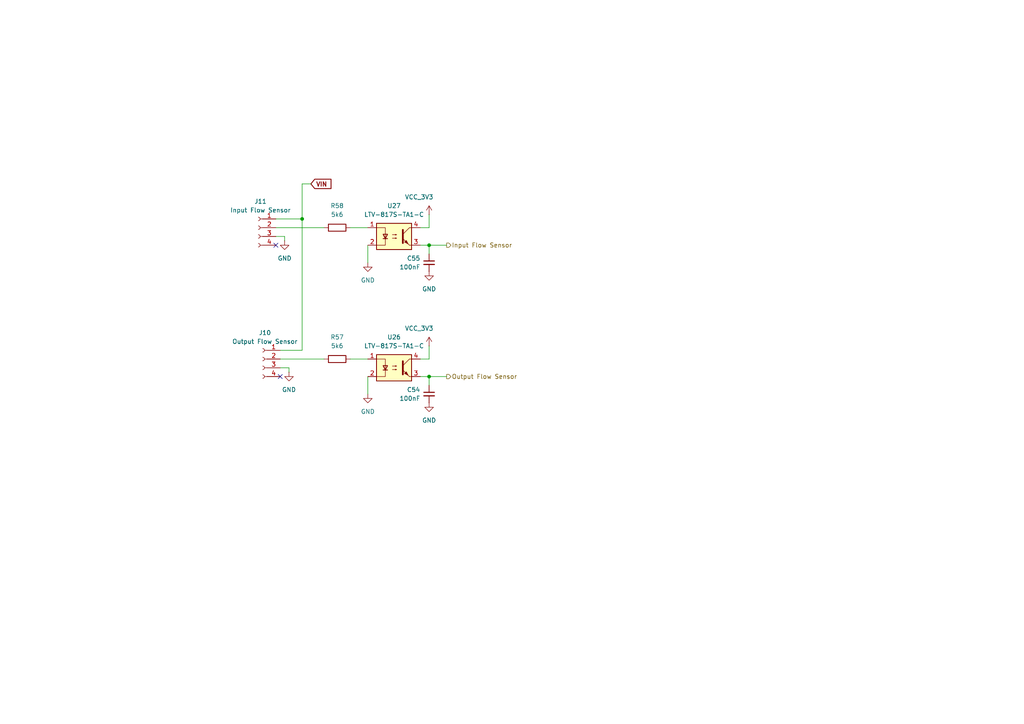
<source format=kicad_sch>
(kicad_sch (version 20250114) (generator "eeschema") (generator_version "9.0")
  (paper "A4")
  (title_block (title "Flow Sensors") (date "2025-09-04") (rev "1.0"))
  (lib_symbols
    (symbol "Connector:Conn_01x04_Socket" (pin_names (offset 1.016) (hide yes))
      (property "Reference" "J" (at 0 5.08 0))
      (property "Value" "Conn_01x04_Socket" (at 0 -7.62 0))
      (symbol "Conn_01x04_Socket_1_1"
        (polyline (pts (xy -1.27 2.54) (xy -0.508 2.54)) (stroke (width 0.1524)))
        (polyline (pts (xy -1.27 0) (xy -0.508 0)) (stroke (width 0.1524)))
        (polyline (pts (xy -1.27 -2.54) (xy -0.508 -2.54)) (stroke (width 0.1524)))
        (polyline (pts (xy -1.27 -5.08) (xy -0.508 -5.08)) (stroke (width 0.1524)))
        (arc (start 0 2.032) (mid -0.5058 2.54) (end 0 3.048) (stroke (width 0.1524)))
        (arc (start 0 -0.508) (mid -0.5058 0) (end 0 0.508) (stroke (width 0.1524)))
        (arc (start 0 -3.048) (mid -0.5058 -2.54) (end 0 -2.032) (stroke (width 0.1524)))
        (arc (start 0 -5.588) (mid -0.5058 -5.08) (end 0 -4.572) (stroke (width 0.1524)))
        (pin passive line (at -5.08 2.54 0) (length 3.81) (name "Pin_1") (number "1"))
        (pin passive line (at -5.08 0 0) (length 3.81) (name "Pin_2") (number "2"))
        (pin passive line (at -5.08 -2.54 0) (length 3.81) (name "Pin_3") (number "3"))
        (pin passive line (at -5.08 -5.08 0) (length 3.81) (name "Pin_4") (number "4"))
      )
    )
    (symbol "Device:C_Small" (pin_numbers (hide yes)) (pin_names (offset 0.254) (hide yes))
      (property "Reference" "C" (at 0.254 1.778 0))
      (property "Value" "C_Small" (at 0.254 -2.032 0))
      (symbol "C_Small_0_1"
        (polyline (pts (xy -1.524 0.508) (xy 1.524 0.508)) (stroke (width 0.3048)))
        (polyline (pts (xy -1.524 -0.508) (xy 1.524 -0.508)) (stroke (width 0.3302)))
      )
      (symbol "C_Small_1_1"
        (pin passive line (at 0 2.54 270) (length 2.032) (name "~") (number "1"))
        (pin passive line (at 0 -2.54 90) (length 2.032) (name "~") (number "2"))
      )
    )
    (symbol "Device:R" (pin_numbers (hide yes)) (pin_names (offset 0))
      (property "Reference" "R" (at 2.032 0 90))
      (property "Value" "R" (at 0 0 90))
      (symbol "R_0_1"
        (rectangle (start -1.016 -2.54) (end 1.016 2.54) (stroke (width 0.254)))
      )
      (symbol "R_1_1"
        (pin passive line (at 0 3.81 270) (length 1.27) (name "~") (number "1"))
        (pin passive line (at 0 -3.81 90) (length 1.27) (name "~") (number "2"))
      )
    )
    (symbol "Isolator:LTV-357T" (pin_names (offset 1.016))
      (property "Reference" "U" (at -5.334 4.826 0))
      (property "Value" "LTV-357T" (at 0 5.08 0))
      (symbol "LTV-357T_0_1"
        (rectangle (start -5.08 3.81) (end 5.08 -3.81) (stroke (width 0.254)) (fill (type background)))
        (polyline (pts (xy -5.08 2.54) (xy -2.54 2.54) (xy -2.54 -0.762)))
        (polyline (pts (xy -3.175 -0.635) (xy -1.905 -0.635)) (stroke (width 0.254)))
        (polyline (pts (xy -2.54 -0.635) (xy -2.54 -2.54) (xy -5.08 -2.54)))
        (polyline (pts (xy -2.54 -0.635) (xy -3.175 0.635) (xy -1.905 0.635) (xy -2.54 -0.635)) (stroke (width 0.254)))
        (polyline (pts (xy -0.508 0.508) (xy 0.762 0.508) (xy 0.381 0.381) (xy 0.381 0.635) (xy 0.762 0.508)))
        (polyline (pts (xy -0.508 -0.508) (xy 0.762 -0.508) (xy 0.381 -0.635) (xy 0.381 -0.381) (xy 0.762 -0.508)))
        (polyline (pts (xy 2.54 1.905) (xy 2.54 -1.905)) (stroke (width 0.508)))
        (polyline (pts (xy 2.54 0.635) (xy 4.445 2.54)))
        (polyline (pts (xy 3.048 -1.651) (xy 3.556 -1.143) (xy 4.064 -2.159) (xy 3.048 -1.651)) (fill (type outline)))
        (polyline (pts (xy 4.445 2.54) (xy 5.08 2.54)))
        (polyline (pts (xy 4.445 -2.54) (xy 2.54 -0.635)) (fill (type outline)))
        (polyline (pts (xy 4.445 -2.54) (xy 5.08 -2.54)))
      )
      (symbol "LTV-357T_1_1"
        (pin passive line (at -7.62 2.54 0) (length 2.54) (name "~") (number "1"))
        (pin passive line (at -7.62 -2.54 0) (length 2.54) (name "~") (number "2"))
        (pin passive line (at 7.62 2.54 180) (length 2.54) (name "~") (number "4"))
        (pin passive line (at 7.62 -2.54 180) (length 2.54) (name "~") (number "3"))
      )
    )
    (symbol "power:+5V" (power) (pin_numbers (hide yes)) (pin_names (offset 0) (hide yes))
      (property "Value" "+5V" (at 0 3.556 0))
      (symbol "+5V_0_1"
        (polyline (pts (xy -0.762 1.27) (xy 0 2.54)))
        (polyline (pts (xy 0 2.54) (xy 0.762 1.27)))
        (polyline (pts (xy 0 0) (xy 0 2.54)))
      )
      (symbol "+5V_1_1"
        (pin power_in line (at 0 0 90) (length 0) (name "~") (number "1"))
      )
    )
    (symbol "power:GND" (power) (pin_numbers (hide yes)) (pin_names (offset 0) (hide yes))
      (property "Value" "GND" (at 0 -3.81 0))
      (symbol "GND_0_1"
        (polyline (pts (xy 0 0) (xy 0 -1.27) (xy 1.27 -1.27) (xy 0 -2.54) (xy -1.27 -1.27) (xy 0 -1.27)))
      )
      (symbol "GND_1_1"
        (pin power_in line (at 0 0 270) (length 0) (name "~") (number "1"))
      )
    )
  )
  (junction (at 124.46 71.12))
  (junction (at 124.46 109.22))
  (junction (at 87.63 63.5))
  (no_connect (at 80.01 71.12))
  (no_connect (at 81.28 109.22))
  (wire (pts (xy 124.46 71.12) (xy 129.54 71.12)))
  (wire (pts (xy 81.28 104.14) (xy 93.98 104.14)))
  (wire (pts (xy 80.01 66.04) (xy 93.98 66.04)))
  (wire (pts (xy 82.55 69.85) (xy 82.55 68.58)))
  (wire (pts (xy 124.46 109.22) (xy 129.54 109.22)))
  (wire (pts (xy 87.63 53.34) (xy 87.63 63.5)))
  (wire (pts (xy 87.63 63.5) (xy 87.63 101.6)))
  (wire (pts (xy 83.82 106.68) (xy 83.82 107.95)))
  (wire (pts (xy 124.46 62.23) (xy 124.46 66.04)))
  (wire (pts (xy 81.28 101.6) (xy 87.63 101.6)))
  (wire (pts (xy 124.46 73.66) (xy 124.46 71.12)))
  (wire (pts (xy 81.28 106.68) (xy 83.82 106.68)))
  (wire (pts (xy 101.6 66.04) (xy 106.68 66.04)))
  (wire (pts (xy 124.46 111.76) (xy 124.46 109.22)))
  (wire (pts (xy 101.6 104.14) (xy 106.68 104.14)))
  (wire (pts (xy 124.46 104.14) (xy 121.92 104.14)))
  (wire (pts (xy 124.46 71.12) (xy 121.92 71.12)))
  (wire (pts (xy 106.68 109.22) (xy 106.68 114.3)))
  (wire (pts (xy 80.01 63.5) (xy 87.63 63.5)))
  (wire (pts (xy 124.46 109.22) (xy 121.92 109.22)))
  (wire (pts (xy 80.01 68.58) (xy 82.55 68.58)))
  (wire (pts (xy 124.46 66.04) (xy 121.92 66.04)))
  (wire (pts (xy 124.46 100.33) (xy 124.46 104.14)))
  (wire (pts (xy 87.63 53.34) (xy 90.17 53.34)))
  (wire (pts (xy 106.68 71.12) (xy 106.68 76.2)))
  (global_label "VIN" (shape input) (at 90.17 53.34 0) (effects (font (thickness 0.254) (bold yes))) (property "Intersheetrefs" "${INTERSHEET_REFS}" (effects (hide yes))))
  (hierarchical_label "Output Flow Sensor" (shape output) (at 129.54 109.22 0))
  (hierarchical_label "Input Flow Sensor" (shape output) (at 129.54 71.12 0))
  (symbol (lib_id "Connector:Conn_01x04_Socket") (at 74.93 66.04 0) (mirror y) (unit 1)
    (property "Reference" "J11" (at 75.565 58.42 0))
    (property "Value" "Input Flow Sensor" (at 75.565 60.96 0))
    (property "Footprint" "Connector_Molex:Molex_Mini-Fit_Jr_5566-04A_2x02_P4.20mm_Vertical" (effects (hide yes)))
    (property "Description" "Generic connector, single row, 01x04, script generated" (effects (hide yes)))
  )
  (symbol (lib_id "power:GND") (at 124.46 78.74 0) (mirror y) (unit 1)
    (property "Reference" "#PWR0119" (effects (hide yes)))
    (property "Value" "GND" (at 124.46 83.82 0))
    (property "Description" "Power symbol creates a global label with name \"GND\" , ground" (effects (hide yes)))
  )
  (symbol (lib_id "Device:C_Small") (at 124.46 114.3 0) (mirror y) (unit 1)
    (property "Reference" "C54" (at 121.92 113.0362 0) (effects (justify left)))
    (property "Value" "100nF" (at 121.92 115.5762 0) (effects (justify left)))
    (property "Footprint" "Capacitor_SMD:C_0805_2012Metric" (effects (hide yes)))
    (property "Description" "Unpolarized capacitor, small symbol" (effects (hide yes)))
    (property "LCSC PN" "C28233" (effects (hide yes)))
    (property "Extended" "B" (effects (hide yes)))
  )
  (symbol (lib_id "Isolator:LTV-357T") (at 114.3 106.68 0) (unit 1)
    (property "Reference" "U26" (at 114.3 97.79 0))
    (property "Value" "LTV-817S-TA1-C" (at 114.3 100.33 0))
    (property "Footprint" "Package_SO:SO-4_4.4x3.6mm_P2.54mm" (effects (hide yes)))
    (property "Datasheet" "https://www.buerklin.com/medias/sys_master/download/download/h91/ha0/8892020588574.pdf" (effects (hide yes)))
    (property "Description" "DC Optocoupler, Vce 35V, CTR 50%, SO-4" (effects (hide yes)))
    (property "LCSC PN" "C109227" (effects (hide yes)))
    (property "Extended" "B" (effects (hide yes)))
  )
  (symbol (lib_id "Isolator:LTV-357T") (at 114.3 68.58 0) (unit 1)
    (property "Reference" "U27" (at 114.3 59.69 0))
    (property "Value" "LTV-817S-TA1-C" (at 114.3 62.23 0))
    (property "Footprint" "Package_SO:SO-4_4.4x3.6mm_P2.54mm" (effects (hide yes)))
    (property "Datasheet" "https://www.buerklin.com/medias/sys_master/download/download/h91/ha0/8892020588574.pdf" (effects (hide yes)))
    (property "Description" "DC Optocoupler, Vce 35V, CTR 50%, SO-4" (effects (hide yes)))
    (property "LCSC PN" "C109227" (effects (hide yes)))
    (property "Extended" "B" (effects (hide yes)))
  )
  (symbol (lib_id "Device:C_Small") (at 124.46 76.2 0) (mirror y) (unit 1)
    (property "Reference" "C55" (at 121.92 74.9362 0) (effects (justify left)))
    (property "Value" "100nF" (at 121.92 77.4762 0) (effects (justify left)))
    (property "Footprint" "Capacitor_SMD:C_0805_2012Metric" (effects (hide yes)))
    (property "Description" "Unpolarized capacitor, small symbol" (effects (hide yes)))
    (property "LCSC PN" "C28233" (effects (hide yes)))
    (property "Extended" "B" (effects (hide yes)))
  )
  (symbol (lib_id "power:GND") (at 106.68 76.2 0) (mirror y) (unit 1)
    (property "Reference" "#PWR0105" (effects (hide yes)))
    (property "Value" "GND" (at 106.68 81.28 0))
    (property "Description" "Power symbol creates a global label with name \"GND\" , ground" (effects (hide yes)))
  )
  (symbol (lib_id "power:GND") (at 124.46 116.84 0) (mirror y) (unit 1)
    (property "Reference" "#PWR0122" (effects (hide yes)))
    (property "Value" "GND" (at 124.46 121.92 0))
    (property "Description" "Power symbol creates a global label with name \"GND\" , ground" (effects (hide yes)))
  )
  (symbol (lib_id "power:GND") (at 83.82 107.95 0) (unit 1)
    (property "Reference" "#PWR0100" (effects (hide yes)))
    (property "Value" "GND" (at 83.82 113.03 0))
    (property "Description" "Power symbol creates a global label with name \"GND\" , ground" (effects (hide yes)))
  )
  (symbol (lib_id "Connector:Conn_01x04_Socket") (at 76.2 104.14 0) (mirror y) (unit 1)
    (property "Reference" "J10" (at 76.835 96.52 0))
    (property "Value" "Output Flow Sensor" (at 76.835 99.06 0))
    (property "Footprint" "Connector_Molex:Molex_Mini-Fit_Jr_5566-04A_2x02_P4.20mm_Vertical" (effects (hide yes)))
    (property "Description" "Generic connector, single row, 01x04, script generated" (effects (hide yes)))
  )
  (symbol (lib_id "power:GND") (at 106.68 114.3 0) (mirror y) (unit 1)
    (property "Reference" "#PWR0120" (effects (hide yes)))
    (property "Value" "GND" (at 106.68 119.38 0))
    (property "Description" "Power symbol creates a global label with name \"GND\" , ground" (effects (hide yes)))
  )
  (symbol (lib_id "power:+5V") (at 124.46 62.23 0) (mirror y) (unit 1)
    (property "Reference" "#PWR0106" (effects (hide yes)))
    (property "Value" "VCC_3V3" (at 125.73 57.15 0) (effects (justify left)))
    (property "Description" "Power symbol creates a global label with name \"+5V\"" (effects (hide yes)))
  )
  (symbol (lib_id "Device:R") (at 97.79 66.04 90) (unit 1)
    (property "Reference" "R58" (at 97.79 59.69 90))
    (property "Value" "5k6" (at 97.79 62.23 90))
    (property "Footprint" "Resistor_SMD:R_0603_1608Metric" (effects (hide yes)))
    (property "Description" "Resistor" (effects (hide yes)))
  )
  (symbol (lib_id "power:+5V") (at 124.46 100.33 0) (mirror y) (unit 1)
    (property "Reference" "#PWR0121" (effects (hide yes)))
    (property "Value" "VCC_3V3" (at 125.73 95.25 0) (effects (justify left)))
    (property "Description" "Power symbol creates a global label with name \"+5V\"" (effects (hide yes)))
  )
  (symbol (lib_id "Device:R") (at 97.79 104.14 90) (unit 1)
    (property "Reference" "R57" (at 97.79 97.79 90))
    (property "Value" "5k6" (at 97.79 100.33 90))
    (property "Footprint" "Resistor_SMD:R_0603_1608Metric" (effects (hide yes)))
    (property "Description" "Resistor" (effects (hide yes)))
  )
  (symbol (lib_id "power:GND") (at 82.55 69.85 0) (unit 1)
    (property "Reference" "#PWR099" (effects (hide yes)))
    (property "Value" "GND" (at 82.55 74.93 0))
    (property "Description" "Power symbol creates a global label with name \"GND\" , ground" (effects (hide yes)))
  )
)
</source>
